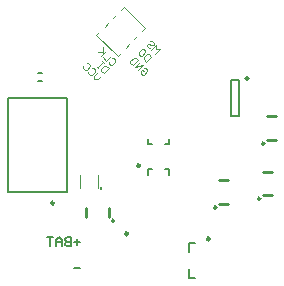
<source format=gbo>
%FSLAX24Y24*%
%MOIN*%
G70*
G01*
G75*
G04 Layer_Color=32896*
G04:AMPARAMS|DCode=10|XSize=23.6mil|YSize=43.3mil|CornerRadius=0mil|HoleSize=0mil|Usage=FLASHONLY|Rotation=225.000|XOffset=0mil|YOffset=0mil|HoleType=Round|Shape=Rectangle|*
%AMROTATEDRECTD10*
4,1,4,-0.0070,0.0237,0.0237,-0.0070,0.0070,-0.0237,-0.0237,0.0070,-0.0070,0.0237,0.0*
%
%ADD10ROTATEDRECTD10*%

G04:AMPARAMS|DCode=11|XSize=55.1mil|YSize=45.3mil|CornerRadius=0mil|HoleSize=0mil|Usage=FLASHONLY|Rotation=135.000|XOffset=0mil|YOffset=0mil|HoleType=Round|Shape=Rectangle|*
%AMROTATEDRECTD11*
4,1,4,0.0355,-0.0035,0.0035,-0.0355,-0.0355,0.0035,-0.0035,0.0355,0.0355,-0.0035,0.0*
%
%ADD11ROTATEDRECTD11*%

%ADD12R,0.0236X0.0197*%
%ADD13R,0.0197X0.0236*%
%ADD14R,0.0276X0.0354*%
G04:AMPARAMS|DCode=15|XSize=19.7mil|YSize=23.6mil|CornerRadius=0mil|HoleSize=0mil|Usage=FLASHONLY|Rotation=315.000|XOffset=0mil|YOffset=0mil|HoleType=Round|Shape=Rectangle|*
%AMROTATEDRECTD15*
4,1,4,-0.0153,-0.0014,0.0014,0.0153,0.0153,0.0014,-0.0014,-0.0153,-0.0153,-0.0014,0.0*
%
%ADD15ROTATEDRECTD15*%

G04:AMPARAMS|DCode=16|XSize=22mil|YSize=25.5mil|CornerRadius=0mil|HoleSize=0mil|Usage=FLASHONLY|Rotation=225.000|XOffset=0mil|YOffset=0mil|HoleType=Round|Shape=Rectangle|*
%AMROTATEDRECTD16*
4,1,4,-0.0012,0.0168,0.0168,-0.0012,0.0012,-0.0168,-0.0168,0.0012,-0.0012,0.0168,0.0*
%
%ADD16ROTATEDRECTD16*%

G04:AMPARAMS|DCode=17|XSize=19.7mil|YSize=23.6mil|CornerRadius=0mil|HoleSize=0mil|Usage=FLASHONLY|Rotation=45.000|XOffset=0mil|YOffset=0mil|HoleType=Round|Shape=Rectangle|*
%AMROTATEDRECTD17*
4,1,4,0.0014,-0.0153,-0.0153,0.0014,-0.0014,0.0153,0.0153,-0.0014,0.0014,-0.0153,0.0*
%
%ADD17ROTATEDRECTD17*%

G04:AMPARAMS|DCode=18|XSize=9.8mil|YSize=31.5mil|CornerRadius=0mil|HoleSize=0mil|Usage=FLASHONLY|Rotation=135.000|XOffset=0mil|YOffset=0mil|HoleType=Round|Shape=Round|*
%AMOVALD18*
21,1,0.0217,0.0098,0.0000,0.0000,225.0*
1,1,0.0098,0.0077,0.0077*
1,1,0.0098,-0.0077,-0.0077*
%
%ADD18OVALD18*%

G04:AMPARAMS|DCode=19|XSize=9.8mil|YSize=31.5mil|CornerRadius=0mil|HoleSize=0mil|Usage=FLASHONLY|Rotation=45.000|XOffset=0mil|YOffset=0mil|HoleType=Round|Shape=Round|*
%AMOVALD19*
21,1,0.0217,0.0098,0.0000,0.0000,135.0*
1,1,0.0098,0.0077,-0.0077*
1,1,0.0098,-0.0077,0.0077*
%
%ADD19OVALD19*%

G04:AMPARAMS|DCode=20|XSize=185mil|YSize=212.6mil|CornerRadius=0mil|HoleSize=0mil|Usage=FLASHONLY|Rotation=45.000|XOffset=0mil|YOffset=0mil|HoleType=Round|Shape=Rectangle|*
%AMROTATEDRECTD20*
4,1,4,0.0097,-0.1406,-0.1406,0.0097,-0.0097,0.1406,0.1406,-0.0097,0.0097,-0.1406,0.0*
%
%ADD20ROTATEDRECTD20*%

%ADD21R,0.0394X0.0217*%
%ADD22R,0.0315X0.0354*%
%ADD23R,0.0512X0.0217*%
%ADD24R,0.0276X0.0591*%
%ADD25R,0.0394X0.0315*%
%ADD26R,0.0136X0.0201*%
%ADD27R,0.0201X0.0136*%
G04:AMPARAMS|DCode=28|XSize=13.8mil|YSize=39.4mil|CornerRadius=0mil|HoleSize=0mil|Usage=FLASHONLY|Rotation=45.000|XOffset=0mil|YOffset=0mil|HoleType=Round|Shape=Rectangle|*
%AMROTATEDRECTD28*
4,1,4,0.0090,-0.0188,-0.0188,0.0090,-0.0090,0.0188,0.0188,-0.0090,0.0090,-0.0188,0.0*
%
%ADD28ROTATEDRECTD28*%

%ADD29O,0.0256X0.0098*%
%ADD30O,0.0098X0.0256*%
%ADD31R,0.0709X0.0709*%
%ADD32O,0.0866X0.0236*%
%ADD33R,0.1024X0.0591*%
%ADD34R,0.0157X0.0157*%
%ADD35C,0.0120*%
%ADD36C,0.0080*%
%ADD37C,0.0060*%
%ADD38C,0.0100*%
%ADD39C,0.1260*%
%ADD40C,0.0630*%
%ADD41C,0.0160*%
%ADD42C,0.0500*%
%ADD43C,0.0180*%
%ADD44C,0.0320*%
%ADD45C,0.0200*%
%ADD46C,0.0260*%
%ADD47C,0.0220*%
%ADD48R,0.0335X0.0157*%
%ADD49R,0.0157X0.0335*%
G04:AMPARAMS|DCode=50|XSize=35.4mil|YSize=31.5mil|CornerRadius=0mil|HoleSize=0mil|Usage=FLASHONLY|Rotation=135.000|XOffset=0mil|YOffset=0mil|HoleType=Round|Shape=Rectangle|*
%AMROTATEDRECTD50*
4,1,4,0.0237,-0.0014,0.0014,-0.0237,-0.0237,0.0014,-0.0014,0.0237,0.0237,-0.0014,0.0*
%
%ADD50ROTATEDRECTD50*%

%ADD51R,0.0220X0.0255*%
%ADD52O,0.0276X0.0098*%
%ADD53O,0.0098X0.0276*%
%ADD54R,0.0118X0.0193*%
%ADD55R,0.0118X0.0209*%
%ADD56R,0.0591X0.0236*%
G04:AMPARAMS|DCode=57|XSize=31.5mil|YSize=66.9mil|CornerRadius=0mil|HoleSize=0mil|Usage=FLASHONLY|Rotation=225.000|XOffset=0mil|YOffset=0mil|HoleType=Round|Shape=Rectangle|*
%AMROTATEDRECTD57*
4,1,4,-0.0125,0.0348,0.0348,-0.0125,0.0125,-0.0348,-0.0348,0.0125,-0.0125,0.0348,0.0*
%
%ADD57ROTATEDRECTD57*%

%ADD58R,0.0551X0.0630*%
%ADD59R,0.0630X0.0748*%
%ADD60R,0.0532X0.0157*%
G04:AMPARAMS|DCode=61|XSize=15.4mil|YSize=36.2mil|CornerRadius=0mil|HoleSize=0mil|Usage=FLASHONLY|Rotation=45.000|XOffset=0mil|YOffset=0mil|HoleType=Round|Shape=Rectangle|*
%AMROTATEDRECTD61*
4,1,4,0.0074,-0.0182,-0.0182,0.0074,-0.0074,0.0182,0.0182,-0.0074,0.0074,-0.0182,0.0*
%
%ADD61ROTATEDRECTD61*%

%ADD62C,0.0098*%
%ADD63C,0.0236*%
%ADD64C,0.0039*%
%ADD65C,0.0079*%
%ADD66C,0.0050*%
G04:AMPARAMS|DCode=67|XSize=14.8mil|YSize=17.7mil|CornerRadius=0mil|HoleSize=0mil|Usage=FLASHONLY|Rotation=45.000|XOffset=0mil|YOffset=0mil|HoleType=Round|Shape=Rectangle|*
%AMROTATEDRECTD67*
4,1,4,0.0010,-0.0115,-0.0115,0.0010,-0.0010,0.0115,0.0115,-0.0010,0.0010,-0.0115,0.0*
%
%ADD67ROTATEDRECTD67*%

%ADD68R,0.0551X0.0433*%
G04:AMPARAMS|DCode=69|XSize=29.6mil|YSize=49.3mil|CornerRadius=0mil|HoleSize=0mil|Usage=FLASHONLY|Rotation=225.000|XOffset=0mil|YOffset=0mil|HoleType=Round|Shape=Rectangle|*
%AMROTATEDRECTD69*
4,1,4,-0.0070,0.0279,0.0279,-0.0070,0.0070,-0.0279,-0.0279,0.0070,-0.0070,0.0279,0.0*
%
%ADD69ROTATEDRECTD69*%

G04:AMPARAMS|DCode=70|XSize=61.1mil|YSize=51.3mil|CornerRadius=0mil|HoleSize=0mil|Usage=FLASHONLY|Rotation=135.000|XOffset=0mil|YOffset=0mil|HoleType=Round|Shape=Rectangle|*
%AMROTATEDRECTD70*
4,1,4,0.0397,-0.0035,0.0035,-0.0397,-0.0397,0.0035,-0.0035,0.0397,0.0397,-0.0035,0.0*
%
%ADD70ROTATEDRECTD70*%

%ADD71R,0.0296X0.0257*%
%ADD72R,0.0257X0.0296*%
%ADD73R,0.0336X0.0414*%
G04:AMPARAMS|DCode=74|XSize=25.7mil|YSize=29.6mil|CornerRadius=0mil|HoleSize=0mil|Usage=FLASHONLY|Rotation=315.000|XOffset=0mil|YOffset=0mil|HoleType=Round|Shape=Rectangle|*
%AMROTATEDRECTD74*
4,1,4,-0.0196,-0.0014,0.0014,0.0196,0.0196,0.0014,-0.0014,-0.0196,-0.0196,-0.0014,0.0*
%
%ADD74ROTATEDRECTD74*%

G04:AMPARAMS|DCode=75|XSize=28mil|YSize=31.5mil|CornerRadius=0mil|HoleSize=0mil|Usage=FLASHONLY|Rotation=225.000|XOffset=0mil|YOffset=0mil|HoleType=Round|Shape=Rectangle|*
%AMROTATEDRECTD75*
4,1,4,-0.0012,0.0210,0.0210,-0.0012,0.0012,-0.0210,-0.0210,0.0012,-0.0012,0.0210,0.0*
%
%ADD75ROTATEDRECTD75*%

G04:AMPARAMS|DCode=76|XSize=25.7mil|YSize=29.6mil|CornerRadius=0mil|HoleSize=0mil|Usage=FLASHONLY|Rotation=45.000|XOffset=0mil|YOffset=0mil|HoleType=Round|Shape=Rectangle|*
%AMROTATEDRECTD76*
4,1,4,0.0014,-0.0196,-0.0196,0.0014,-0.0014,0.0196,0.0196,-0.0014,0.0014,-0.0196,0.0*
%
%ADD76ROTATEDRECTD76*%

G04:AMPARAMS|DCode=77|XSize=15.8mil|YSize=37.5mil|CornerRadius=0mil|HoleSize=0mil|Usage=FLASHONLY|Rotation=135.000|XOffset=0mil|YOffset=0mil|HoleType=Round|Shape=Round|*
%AMOVALD77*
21,1,0.0217,0.0158,0.0000,0.0000,225.0*
1,1,0.0158,0.0077,0.0077*
1,1,0.0158,-0.0077,-0.0077*
%
%ADD77OVALD77*%

G04:AMPARAMS|DCode=78|XSize=15.8mil|YSize=37.5mil|CornerRadius=0mil|HoleSize=0mil|Usage=FLASHONLY|Rotation=45.000|XOffset=0mil|YOffset=0mil|HoleType=Round|Shape=Round|*
%AMOVALD78*
21,1,0.0217,0.0158,0.0000,0.0000,135.0*
1,1,0.0158,0.0077,-0.0077*
1,1,0.0158,-0.0077,0.0077*
%
%ADD78OVALD78*%

G04:AMPARAMS|DCode=79|XSize=191mil|YSize=218.6mil|CornerRadius=0mil|HoleSize=0mil|Usage=FLASHONLY|Rotation=45.000|XOffset=0mil|YOffset=0mil|HoleType=Round|Shape=Rectangle|*
%AMROTATEDRECTD79*
4,1,4,0.0097,-0.1448,-0.1448,0.0097,-0.0097,0.1448,0.1448,-0.0097,0.0097,-0.1448,0.0*
%
%ADD79ROTATEDRECTD79*%

%ADD80R,0.0454X0.0277*%
%ADD81R,0.0375X0.0414*%
%ADD82R,0.0572X0.0277*%
%ADD83R,0.0336X0.0651*%
%ADD84R,0.0454X0.0375*%
%ADD85R,0.0215X0.0280*%
%ADD86R,0.0280X0.0215*%
G04:AMPARAMS|DCode=87|XSize=19.8mil|YSize=45.4mil|CornerRadius=0mil|HoleSize=0mil|Usage=FLASHONLY|Rotation=45.000|XOffset=0mil|YOffset=0mil|HoleType=Round|Shape=Rectangle|*
%AMROTATEDRECTD87*
4,1,4,0.0090,-0.0230,-0.0230,0.0090,-0.0090,0.0230,0.0230,-0.0090,0.0090,-0.0230,0.0*
%
%ADD87ROTATEDRECTD87*%

%ADD88O,0.0316X0.0158*%
%ADD89O,0.0158X0.0316*%
%ADD90R,0.0769X0.0769*%
%ADD91O,0.0926X0.0296*%
%ADD92R,0.1084X0.0651*%
%ADD93C,0.1320*%
%ADD94C,0.0060*%
%ADD95C,0.0690*%
%ADD96C,0.0600*%
%ADD97C,0.0120*%
%ADD98C,0.0020*%
%ADD99R,0.0395X0.0217*%
%ADD100R,0.0217X0.0395*%
G04:AMPARAMS|DCode=101|XSize=41.4mil|YSize=37.5mil|CornerRadius=0mil|HoleSize=0mil|Usage=FLASHONLY|Rotation=135.000|XOffset=0mil|YOffset=0mil|HoleType=Round|Shape=Rectangle|*
%AMROTATEDRECTD101*
4,1,4,0.0279,-0.0014,0.0014,-0.0279,-0.0279,0.0014,-0.0014,0.0279,0.0279,-0.0014,0.0*
%
%ADD101ROTATEDRECTD101*%

%ADD102R,0.0280X0.0315*%
%ADD103O,0.0336X0.0158*%
%ADD104O,0.0158X0.0336*%
%ADD105R,0.0178X0.0253*%
%ADD106R,0.0178X0.0269*%
%ADD107R,0.0651X0.0296*%
G04:AMPARAMS|DCode=108|XSize=37.5mil|YSize=72.9mil|CornerRadius=0mil|HoleSize=0mil|Usage=FLASHONLY|Rotation=225.000|XOffset=0mil|YOffset=0mil|HoleType=Round|Shape=Rectangle|*
%AMROTATEDRECTD108*
4,1,4,-0.0125,0.0390,0.0390,-0.0125,0.0125,-0.0390,-0.0390,0.0125,-0.0125,0.0390,0.0*
%
%ADD108ROTATEDRECTD108*%

%ADD109R,0.0630X0.0709*%
%ADD110R,0.0709X0.0827*%
%ADD111R,0.0610X0.0236*%
G04:AMPARAMS|DCode=112|XSize=21.4mil|YSize=42.2mil|CornerRadius=0mil|HoleSize=0mil|Usage=FLASHONLY|Rotation=45.000|XOffset=0mil|YOffset=0mil|HoleType=Round|Shape=Rectangle|*
%AMROTATEDRECTD112*
4,1,4,0.0074,-0.0225,-0.0225,0.0074,-0.0074,0.0225,0.0225,-0.0074,0.0074,-0.0225,0.0*
%
%ADD112ROTATEDRECTD112*%

%ADD113C,0.0060*%
%ADD114C,0.0047*%
%ADD115C,0.0040*%
D38*
X8794Y5048D02*
G03*
X8794Y5048I-39J0D01*
G01*
X8654Y3208D02*
G03*
X8654Y3208I-39J0D01*
G01*
X7194Y2918D02*
G03*
X7194Y2918I-39J0D01*
G01*
X3781Y2474D02*
G03*
X3781Y2474I-39J0D01*
G01*
X1777Y3064D02*
G03*
X1777Y3064I-44J0D01*
G01*
X4237Y2044D02*
G03*
X4237Y2044I-44J0D01*
G01*
X3344Y3544D02*
G03*
X3344Y3544I-10J0D01*
G01*
X8873Y5166D02*
X9187D01*
X8873Y5954D02*
X9187D01*
X8733Y3326D02*
X9047D01*
X8733Y4114D02*
X9047D01*
X7273Y3036D02*
X7587D01*
X7273Y3824D02*
X7587D01*
X3624Y2593D02*
Y2907D01*
X2836Y2593D02*
Y2907D01*
D62*
X4640Y4315D02*
G03*
X4640Y4315I-49J0D01*
G01*
X6973Y1869D02*
G03*
X6973Y1869I-49J0D01*
G01*
X8263Y7220D02*
G03*
X8263Y7220I-49J0D01*
G01*
D64*
X3194Y8681D02*
X3293Y8780D01*
X3463Y8947D02*
X3574Y9059D01*
X3741Y9226D02*
X3853Y9337D01*
X4020Y9507D02*
X4119Y9606D01*
X4727Y8800D02*
X4826Y8899D01*
X4448Y8519D02*
X4560Y8630D01*
X4170Y8240D02*
X4281Y8352D01*
X3901Y7974D02*
X4000Y8073D01*
X3194Y8681D02*
X3901Y7974D01*
X4119Y9606D02*
X4826Y8899D01*
D65*
X4925Y4010D02*
Y4197D01*
X5053D01*
X5467D02*
X5595D01*
Y4010D02*
Y4197D01*
Y5023D02*
Y5210D01*
X5467Y5023D02*
X5595D01*
X4925D02*
X5053D01*
X4925D02*
Y5210D01*
X1231Y7408D02*
X1389D01*
X1231Y7132D02*
X1389D01*
X6274Y1751D02*
X6471D01*
X6274Y1436D02*
Y1751D01*
Y569D02*
X6471D01*
X6274D02*
Y884D01*
X7662Y5960D02*
Y7180D01*
X7938Y5960D02*
Y7180D01*
X7662Y5960D02*
X7938D01*
X7662Y7180D02*
X7938D01*
D66*
X229Y3445D02*
Y6555D01*
X2217D01*
X229Y3445D02*
X2207D01*
X2217Y3455D02*
Y6555D01*
X2207Y3445D02*
X2217Y3455D01*
X2450Y910D02*
X2650D01*
X2660Y1780D02*
X2460D01*
X2560Y1880D02*
Y1680D01*
X2360Y1930D02*
Y1630D01*
X2210D01*
X2160Y1680D01*
Y1730D01*
X2210Y1780D01*
X2360D01*
X2210D01*
X2160Y1830D01*
Y1880D01*
X2210Y1930D01*
X2360D01*
X2060Y1630D02*
Y1830D01*
X1960Y1930D01*
X1860Y1830D01*
Y1630D01*
Y1780D01*
X2060D01*
X1760Y1930D02*
X1560D01*
X1660D01*
Y1630D01*
D114*
X2635Y3564D02*
Y4016D01*
X3245Y3564D02*
Y4016D01*
D115*
X3350Y7310D02*
X3237Y7197D01*
X3123D01*
Y7310D01*
X3237Y7423D01*
X3039Y7564D02*
X3095D01*
X3152Y7508D01*
Y7451D01*
X3039Y7338D01*
X2982D01*
X2926Y7394D01*
Y7451D01*
X2869Y7734D02*
X2926D01*
X2982Y7677D01*
Y7621D01*
X2869Y7508D01*
X2812D01*
X2756Y7564D01*
Y7621D01*
X4778Y7574D02*
X4835D01*
X4891Y7518D01*
Y7461D01*
X4778Y7348D01*
X4722D01*
X4665Y7405D01*
Y7461D01*
X4722Y7518D01*
X4778Y7461D01*
X4580Y7490D02*
X4750Y7659D01*
X4467Y7603D01*
X4637Y7772D01*
X4580Y7829D02*
X4411Y7659D01*
X4326Y7744D01*
Y7801D01*
X4439Y7914D01*
X4496D01*
X4580Y7829D01*
X3430Y7390D02*
X3600Y7560D01*
X3515Y7645D01*
X3459D01*
X3346Y7532D01*
Y7475D01*
X3430Y7390D01*
X3261Y7560D02*
X3204Y7617D01*
X3232Y7588D01*
X3402Y7758D01*
X3430Y7730D01*
X3374Y7786D01*
X3708Y7894D02*
X3765D01*
X3821Y7838D01*
Y7781D01*
X3708Y7668D01*
X3652D01*
X3595Y7725D01*
Y7781D01*
X3680Y7979D02*
X3510Y7810D01*
X3397Y7923D01*
X3510Y8149D02*
X3341Y7979D01*
X3397Y8036D01*
Y8262D01*
Y8092D01*
X3228D01*
X5130Y8040D02*
X5300Y8210D01*
X5187D01*
Y8323D01*
X5017Y8153D01*
X4989Y8464D02*
X5045D01*
X5102Y8408D01*
Y8351D01*
X5073Y8323D01*
X5017D01*
X4960Y8379D01*
X4904D01*
X4876Y8351D01*
Y8294D01*
X4932Y8238D01*
X4989D01*
X4850Y7780D02*
X5020Y7950D01*
X4935Y8035D01*
X4879D01*
X4766Y7922D01*
Y7865D01*
X4850Y7780D01*
X4596Y8035D02*
X4652Y7978D01*
X4709D01*
X4822Y8091D01*
Y8148D01*
X4766Y8204D01*
X4709D01*
X4596Y8091D01*
Y8035D01*
M02*

</source>
